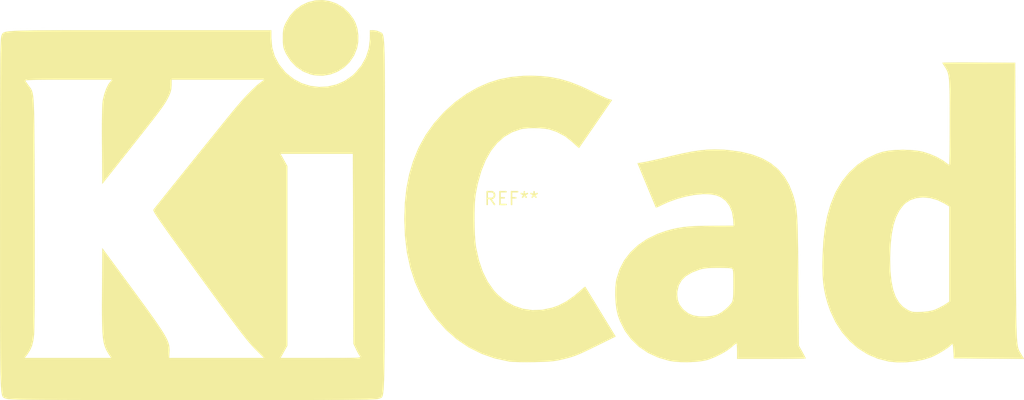
<source format=kicad_pcb>
(kicad_pcb (version 20240108) (generator pcbnew)
  (layers (0 "F.Cu" signal) (31 "B.Cu" signal) (34 "B.Paste" user) (35 "F.Paste" user) (36 "B.SilkS" user "B.Silkscreen") (37 "F.SilkS" user "F.Silkscreen") (38 "B.Mask" user) (39 "F.Mask" user) (44 "Edge.Cuts" user))
  (net 0 "")
  (footprint "KiCad-Logo_40mm_SilkScreen" (layer "F.Cu") (at 0 0)
    (property "Reference" "REF**")
    (property "Value" "KiCad-Logo_40mm_SilkScreen")
    (fp_poly (pts (xy -18.076147 -19.650519) (xy -17.392473 -19.413475) (xy -16.755948 -19.040369) (xy -16.187475 -18.531249) (xy -15.707957 -17.886164) (xy -15.492558 -17.47957) (xy -15.306139 -16.910856) (xy -15.215783 -16.254297) (xy -15.225791 -15.579316) (xy -15.336888 -14.967668) (xy -15.640538 -14.220254) (xy -16.080859 -13.571926) (xy -16.635471 -13.035442) (xy -17.281992 -12.623556) (xy -17.998045 -12.349026) (xy -18.761249 -12.224609) (xy -19.549223 -12.26306) (xy -19.937635 -12.345233) (xy -20.694616 -12.639697) (xy -21.366937 -13.089033) (xy -21.938382 -13.679389) (xy -22.392732 -14.396911) (xy -22.431172 -14.475269) (xy -22.564057 -14.769316) (xy -22.647495 -15.016965) (xy -22.692796 -15.278216) (xy -22.711271 -15.613068) (xy -22.714337 -15.977419) (xy -22.709267 -16.415171) (xy -22.68638 -16.731635) (xy -22.634165 -16.987491) (xy -22.541108 -17.243421) (xy -22.426241 -17.495922) (xy -21.997791 -18.212699) (xy -21.470172 -18.793068) (xy -20.864288 -19.237078) (xy -20.201041 -19.544779) (xy -19.501333 -19.71622) (xy -18.786068 -19.75145) (xy -18.076147 -19.650519)) (layer "F.SilkS") (stroke (width 0.01)) (fill solid))
    (fp_poly (pts (xy 2.91731 -12.197409) (xy 3.899021 -12.089935) (xy 4.850132 -11.897568) (xy 5.809334 -11.610276) (xy 6.81532 -11.218022) (xy 7.90678 -10.710775) (xy 8.103339 -10.612522) (xy 8.554413 -10.3903) (xy 8.979838 -10.190201) (xy 9.337626 -10.031336) (xy 9.585788 -9.932816) (xy 9.62391 -9.920412) (xy 9.989247 -9.810954) (xy 8.353853 -7.431821) (xy 7.954021 -6.85035) (xy 7.588463 -6.3191) (xy 7.269611 -5.856106) (xy 7.009897 -5.479405) (xy 6.821751 -5.207034) (xy 6.717605 -5.057029) (xy 6.700685 -5.033272) (xy 6.631963 -5.082943) (xy 6.462798 -5.232265) (xy 6.223446 -5.454115) (xy 6.091353 -5.579509) (xy 5.342942 -6.174774) (xy 4.502422 -6.627107) (xy 3.778136 -6.874876) (xy 3.343358 -6.952689) (xy 2.798978 -7.000108) (xy 2.209023 -7.016253) (xy 1.63752 -7.000245) (xy 1.148496 -6.951206) (xy 0.953357 -6.913649) (xy 0.073824 -6.611051) (xy -0.718739 -6.149014) (xy -1.423747 -5.528383) (xy -2.040612 -4.750003) (xy -2.568748 -3.814719) (xy -3.007568 -2.723375) (xy -3.356485 -1.476817) (xy -3.56385 -0.409678) (xy -3.617951 0.061422) (xy -3.654812 0.670014) (xy -3.67479 1.372365) (xy -3.678241 2.12474) (xy -3.665521 2.883406) (xy -3.636987 3.604629) (xy -3.592995 4.244675) (xy -3.5339 4.759809) (xy -3.521108 4.839288) (xy -3.239164 6.119535) (xy -2.855014 7.252612) (xy -2.366323 8.243595) (xy -1.770752 9.09756) (xy -1.348 9.559251) (xy -0.588248 10.186092) (xy 0.24496 10.650735) (xy 1.137568 10.950651) (xy 2.075522 11.083312) (xy 3.044766 11.04619) (xy 4.031244 10.836755) (xy 4.614467 10.631824) (xy 5.421553 10.221455) (xy 6.253401 9.632791) (xy 6.719365 9.234707) (xy 6.981005 9.004303) (xy 7.186568 8.835264) (xy 7.303576 8.753812) (xy 7.3181 8.751327) (xy 7.370325 8.834557) (xy 7.505643 9.054495) (xy 7.712525 9.392285) (xy 7.979445 9.829072) (xy 8.294876 10.346001) (xy 8.647289 10.924217) (xy 8.843446 11.246321) (xy 10.341756 13.707338) (xy 8.471057 14.631832) (xy 7.794681 14.963908) (xy 7.246759 15.225765) (xy 6.793798 15.430409) (xy 6.402305 15.590844) (xy 6.038789 15.720076) (xy 5.669755 15.83111) (xy 5.261713 15.936952) (xy 4.870609 16.029898) (xy 4.522985 16.101819) (xy 4.15944 16.156171) (xy 3.743579 16.19597) (xy 3.23901 16.224232) (xy 2.609337 16.243975) (xy 2.184946 16.252496) (xy 1.579411 16.258312) (xy 0.998779 16.25538) (xy 0.481476 16.244535) (xy 0.065926 16.226613) (xy -0.209446 16.20245) (xy -0.225764 16.200041) (xy -1.655696 15.890683) (xy -2.998501 15.421498) (xy -4.253705 14.792797) (xy -5.420838 14.004888) (xy -6.499426 13.058081) (xy -7.488997 11.952685) (xy -8.20567 10.970251) (xy -8.968629 9.684328) (xy -9.585369 8.326319) (xy -10.058872 6.885334) (xy -10.392119 5.350487) (xy -10.588094 3.71089) (xy -10.649836 2.045999) (xy -10.599056 0.435447) (xy -10.43948 -1.050525) (xy -10.166037 -2.436981) (xy -9.773656 -3.748987) (xy -9.257267 -5.011607) (xy -9.195608 -5.142417) (xy -8.516313 -6.365201) (xy -7.681992 -7.528801) (xy -6.716282 -8.609133) (xy -5.64282 -9.582111) (xy -4.485245 -10.423652) (xy -3.406621 -11.040952) (xy -2.316985 -11.524433) (xy -1.225036 -11.874656) (xy -0.088504 -12.101157) (xy 1.134884 -12.213466) (xy 1.866308 -12.230025) (xy 2.91731 -12.197409)) (layer "F.SilkS") (stroke (width 0.01)) (fill solid))
    (fp_poly (pts (xy 45.369891 -13.54794) (xy 46.144181 -13.544763) (xy 46.407347 -13.543159) (xy 50.026164 -13.519355) (xy 50.071684 0.364158) (xy 50.077696 2.246803) (xy 50.083028 3.956215) (xy 50.088021 5.501238) (xy 50.09302 6.890713) (xy 50.098365 8.133485) (xy 50.1044 9.238396) (xy 50.111467 10.214289) (xy 50.119909 11.070007) (xy 50.130067 11.814393) (xy 50.142285 12.456291) (xy 50.156905 13.004543) (xy 50.174269 13.467992) (xy 50.19472 13.855482) (xy 50.2186 14.175855) (xy 50.246252 14.437954) (xy 50.278019 14.650623) (xy 50.314242 14.822704) (xy 50.355264 14.963041) (xy 50.401428 15.080476) (xy 50.453076 15.183852) (xy 50.510551 15.282014) (xy 50.574195 15.383802) (xy 50.644351 15.498062) (xy 50.658731 15.522399) (xy 50.899987 15.934072) (xy 43.926523 15.88638) (xy 43.881003 15.120475) (xy 43.856219 14.752911) (xy 43.830391 14.540408) (xy 43.795345 14.456089) (xy 43.742909 14.473075) (xy 43.698924 14.521661) (xy 43.507323 14.698639) (xy 43.195045 14.926123) (xy 42.806085 15.176933) (xy 42.384439 15.423889) (xy 41.974106 15.63981) (xy 41.659045 15.78187) (xy 40.920915 16.015316) (xy 40.074023 16.180681) (xy 39.180889 16.271648) (xy 38.304036 16.281896) (xy 37.505984 16.205109) (xy 37.492844 16.20291) (xy 36.400844 15.928898) (xy 35.378626 15.492334) (xy 34.436049 14.902602) (xy 33.582974 14.169086) (xy 32.82926 13.301171) (xy 32.184766 12.308241) (xy 31.659353 11.199679) (xy 31.37328 10.378495) (xy 31.18463 9.691484) (xy 31.044728 9.026224) (xy 30.949298 8.342301) (xy 30.894062 7.599302) (xy 30.874743 6.756816) (xy 30.8833 6.068873) (xy 37.601086 6.068873) (xy 37.632875 7.222441) (xy 37.733156 8.214891) (xy 37.905012 9.055032) (xy 38.151529 9.751673) (xy 38.475793 10.313622) (xy 38.880888 10.749687) (xy 39.348486 11.057951) (xy 39.591801 11.173031) (xy 39.802824 11.242025) (xy 40.038092 11.273589) (xy 40.354142 11.276384) (xy 40.694623 11.264094) (xy 41.364205 11.205034) (xy 41.893783 11.089378) (xy 42.060215 11.031445) (xy 42.44025 10.86034) (xy 42.841076 10.645476) (xy 43.016129 10.537921) (xy 43.471326 10.23935) (xy 43.471326 0.775687) (xy 42.970609 0.47555) (xy 42.272307 0.136409) (xy 41.558862 -0.064162) (xy 40.856366 -0.127347) (xy 40.190911 -0.054328) (xy 39.588591 0.15371) (xy 39.075497 0.495586) (xy 38.909938 0.659687) (xy 38.510874 1.197372) (xy 38.18788 1.848236) (xy 37.938259 2.623437) (xy 37.75931 3.534129) (xy 37.648333 4.59147) (xy 37.602631 5.806614) (xy 37.601086 6.068873) (xy 30.8833 6.068873) (xy 30.886863 5.78252) (xy 30.963608 4.283862) (xy 31.117927 2.932093) (xy 31.353882 1.707523) (xy 31.675538 0.590459) (xy 32.086958 -0.43879) (xy 32.233772 -0.743928) (xy 32.825136 -1.739012) (xy 33.539768 -2.623308) (xy 34.360865 -3.382541) (xy 35.271626 -4.002439) (xy 36.255247 -4.468726) (xy 36.844865 -4.661072) (xy 37.423929 -4.775259) (xy 38.120683 -4.843197) (xy 38.876715 -4.864916) (xy 39.633616 -4.840446) (xy 40.332974 -4.769817) (xy 40.894507 -4.659015) (xy 41.562859 -4.441727) (xy 42.21065 -4.16231) (xy 42.777416 -3.849067) (xy 43.07907 -3.636473) (xy 43.287147 -3.478387) (xy 43.432845 -3.382129) (xy 43.465987 -3.368459) (xy 43.476263 -3.45653) (xy 43.485844 -3.70887) (xy 43.494518 -4.107672) (xy 43.502072 -4.635125) (xy 43.508294 -5.273422) (xy 43.512971 -6.004753) (xy 43.515892 -6.811311) (xy 43.516845 -7.632843) (xy 43.516313 -8.685081) (xy 43.513695 -9.572209) (xy 43.507463 -10.311197) (xy 43.496085 -10.919013) (xy 43.478031 -11.412626) (xy 43.451773 -11.809004) (xy 43.415779 -12.125116) (xy 43.368519 -12.377932) (xy 43.308464 -12.584419) (xy 43.234084 -12.761547) (xy 43.143847 -12.926283) (xy 43.036225 -13.095598) (xy 43.022379 -13.116561) (xy 42.883571 -13.33585) (xy 42.799766 -13.486641) (xy 42.78853 -13.518448) (xy 42.876343 -13.528483) (xy 43.126897 -13.536647) (xy 43.520859 -13.542806) (xy 44.038899 -13.546829) (xy 44.661687 -13.548585) (xy 45.369891 -13.54794)) (layer "F.SilkS") (stroke (width 0.01)) (fill solid))
    (fp_poly (pts (xy 21.003171 -4.878774) (xy 21.45424 -4.84463) (xy 22.744807 -4.672925) (xy 23.887739 -4.399057) (xy 24.888601 -4.019258) (xy 25.752962 -3.529759) (xy 26.486389 -2.926793) (xy 27.094447 -2.206592) (xy 27.582705 -1.365386) (xy 27.939238 -0.455197) (xy 28.029739 -0.164862) (xy 28.108547 0.107024) (xy 28.17659 0.375097) (xy 28.234799 0.653997) (xy 28.284101 0.958361) (xy 28.325426 1.302825) (xy 28.359703 1.70203) (xy 28.387861 2.170611) (xy 28.410829 2.723206) (xy 28.429537 3.374454) (xy 28.444913 4.138993) (xy 28.457886 5.031459) (xy 28.469385 6.066491) (xy 28.48034 7.258726) (xy 28.488172 8.193548) (xy 28.54086 14.611828) (xy 28.882258 15.229478) (xy 29.043918 15.527037) (xy 29.16422 15.758161) (xy 29.221612 15.88118) (xy 29.223655 15.889514) (xy 29.135934 15.899051) (xy 28.886037 15.907838) (xy 28.49387 15.915629) (xy 27.979334 15.922176) (xy 27.362335 15.927233) (xy 26.662776 15.930551) (xy 25.900559 15.931885) (xy 25.809677 15.9319) (xy 22.395698 15.9319) (xy 22.395698 15.158064) (xy 22.389877 14.808356) (xy 22.374342 14.540903) (xy 22.351989 14.397504) (xy 22.342108 14.384229) (xy 22.251745 14.439834) (xy 22.065771 14.58577) (xy 21.824052 14.790719) (xy 21.818632 14.79546) (xy 21.377526 15.123867) (xy 20.820444 15.45363) (xy 20.210334 15.752354) (xy 19.610143 15.987643) (xy 19.345878 16.068048) (xy 18.819971 16.170172) (xy 18.174659 16.23534) (xy 17.469013 16.262623) (xy 16.762107 16.251091) (xy 16.113014 16.199817) (xy 15.658781 16.126036) (xy 14.544848 15.798921) (xy 13.542011 15.33273) (xy 12.656799 14.733247) (xy 11.895737 14.006255) (xy 11.265354 13.157538) (xy 10.772177 12.19288) (xy 10.559416 11.607527) (xy 10.426077 11.038589) (xy 10.337711 10.355595) (xy 10.296824 9.621547) (xy 10.298169 9.514735) (xy 16.455376 9.514735) (xy 16.506434 10.060177) (xy 16.67645 10.513474) (xy 16.990683 10.934026) (xy 17.111371 11.057344) (xy 17.540401 11.390736) (xy 18.036283 11.604313) (xy 18.630379 11.707699) (xy 19.255996 11.715309) (xy 19.849381 11.665047) (xy 20.303708 11.566736) (xy 20.501021 11.492896) (xy 20.856651 11.291652) (xy 21.233458 11.008631) (xy 21.577251 10.690985) (xy 21.833836 10.385867) (xy 21.901971 10.273938) (xy 21.954936 10.117191) (xy 21.992594 9.867776) (xy 22.016697 9.501867) (xy 22.029001 8.99564) (xy 22.031541 8.51385) (xy 22.02982 7.952147) (xy 22.022869 7.545996) (xy 22.008007 7.268886) (xy 21.982552 7.094308) (xy 21.943822 6.995752) (xy 21.889136 6.946709) (xy 21.872222 6.938899) (xy 21.725236 6.914842) (xy 21.435336 6.895167) (xy 21.041669 6.881645) (xy 20.583381 6.87605) (xy 20.48387 6.876045) (xy 19.871287 6.885821) (xy 19.398025 6.914898) (xy 19.021971 6.967257) (xy 18.711342 7.043727) (xy 17.94082 7.335118) (xy 17.336578 7.693368) (xy 16.893383 8.124207) (xy 16.606004 8.633366) (xy 16.469209 9.226574) (xy 16.455376 9.514735) (xy 10.298169 9.514735) (xy 10.305921 8.899447) (xy 10.367509 8.252296) (xy 10.415548 7.99084) (xy 10.722301 7.020058) (xy 11.188746 6.126847) (xy 11.806079 5.319773) (xy 12.565495 4.607404) (xy 13.45819 3.998307) (xy 14.475358 3.501049) (xy 15.340143 3.19909) (xy 15.918114 3.040453) (xy 16.470941 2.917185) (xy 17.034431 2.825285) (xy 17.644392 2.760748) (xy 18.336632 2.719572) (xy 19.146958 2.697754) (xy 19.879575 2.69161) (xy 22.051981 2.685663) (xy 22.010366 2.03266) (xy 21.89219 1.324142) (xy 21.640804 0.715144) (xy 21.266911 0.220872) (xy 20.781213 -0.143467) (xy 20.353547 -0.321253) (xy 19.740784 -0.433301) (xy 19.011314 -0.449391) (xy 18.199333 -0.375456) (xy 17.339036 -0.217427) (xy 16.464618 0.018764) (xy 15.610274 0.327185) (xy 14.989415 0.60926) (xy 14.690704 0.754105) (xy 14.462863 0.855269) (xy 14.346992 0.894743) (xy 14.340703 0.893477) (xy 14.300718 0.805059) (xy 14.200874 0.5707) (xy 14.050567 0.212851) (xy 13.85919 -0.246033) (xy 13.636141 -0.783502) (xy 13.409414 -1.332016) (xy 12.502991 -3.528906) (xy 13.147732 -3.634804) (xy 13.427183 -3.687937) (xy 13.847277 -3.777176) (xy 14.372026 -3.894422) (xy 14.965445 -4.031572) (xy 15.591545 -4.180526) (xy 15.84086 -4.241057) (xy 16.919461 -4.491229) (xy 17.863774 -4.678792) (xy 18.70905 -4.807538) (xy 19.49054 -4.881257) (xy 20.243497 -4.903739) (xy 21.003171 -4.878774)) (layer "F.SilkS") (stroke (width 0.01)) (fill solid))
    (fp_poly (pts (xy -39.491485 -16.751528) (xy -37.737477 -16.751291) (xy -36.921009 -16.751255) (xy -23.85233 -16.751255) (xy -23.85233 -15.980888) (xy -23.770106 -15.043413) (xy -23.521945 -14.178803) (xy -23.10562 -13.381919) (xy -22.5189 -12.647621) (xy -22.320394 -12.449301) (xy -21.606317 -11.886763) (xy -20.818964 -11.476492) (xy -19.981722 -11.2183) (xy -19.117975 -11.112002) (xy -18.251109 -11.157412) (xy -17.404509 -11.354343) (xy -16.601561 -11.702608) (xy -15.865651 -12.202023) (xy -15.535143 -12.503329) (xy -14.919243 -13.24208) (xy -14.467612 -14.054462) (xy -14.184187 -14.931191) (xy -14.072906 -15.86298) (xy -14.071427 -15.954645) (xy -14.065592 -16.751225) (xy -13.715481 -16.75124) (xy -13.4049 -16.709089) (xy -13.121185 -16.606531) (xy -13.102436 -16.595936) (xy -13.038357 -16.562687) (xy -12.979514 -16.536793) (xy -12.925693 -16.510711) (xy -12.876683 -16.476899) (xy -12.832269 -16.427815) (xy -12.79224 -16.355917) (xy -12.756384 -16.253662) (xy -12.724486 -16.113509) (xy -12.696335 -15.927914) (xy -12.671718 -15.689336) (xy -12.650423 -15.390232) (xy -12.632236 -15.023061) (xy -12.616945 -14.58028) (xy -12.604337 -14.054346) (xy -12.5942 -13.437718) (xy -12.586321 -12.722853) (xy -12.580488 -11.902209) (xy -12.576487 -10.968244) (xy -12.574107 -9.913415) (xy -12.573133 -8.730181) (xy -12.573355 -7.410998) (xy -12.574558 -5.948326) (xy -12.576531 -4.334621) (xy -12.579061 -2.562341) (xy -12.581935 -0.623944) (xy -12.58494 1.488112) (xy -12.585289 1.745431) (xy -12.587983 3.870956) (xy -12.59027 5.821942) (xy -12.59239 7.605928) (xy -12.594587 9.230453) (xy -12.597101 10.703056) (xy -12.600176 12.031275) (xy -12.604053 13.222649) (xy -12.608975 14.284718) (xy -12.615183 15.225019) (xy -12.62292 16.051093) (xy -12.632428 16.770477) (xy -12.643949 17.39071) (xy -12.657725 17.919332) (xy -12.673999 18.363881) (xy -12.693012 18.731896) (xy -12.715006 19.030916) (xy -12.740224 19.26848) (xy -12.768908 19.452126) (xy -12.8013 19.589393) (xy -12.837641 19.687821) (xy -12.878175 19.754948) (xy -12.923144 19.798312) (xy -12.972788 19.825453) (xy -13.027352 19.84391) (xy -13.087076 19.861221) (xy -13.152202 19.884925) (xy -13.168112 19.892141) (xy -13.218114 19.908355) (xy -13.301802 19.923253) (xy -13.426485 19.936887) (xy -13.599471 19.94931) (xy -13.828065 19.960576) (xy -14.119576 19.970737) (xy -14.481312 19.979847) (xy -14.920579 19.987958) (xy -15.444685 19.995123) (xy -16.060937 20.001396) (xy -16.776643 20.00683) (xy -17.599111 20.011478) (xy -18.535647 20.015392) (xy -19.593559 20.018625) (xy -20.780154 20.021232) (xy -22.10274 20.023264) (xy -23.568625 20.024775) (xy -25.185115 20.025818) (xy -26.959519 20.026446) (xy -28.899142 20.026711) (xy -31.011294 20.026668) (xy -31.69548 20.026601) (xy -33.854488 20.026254) (xy -35.838813 20.025688) (xy -37.655849 20.024843) (xy -39.31299 20.023662) (xy -40.817632 20.022088) (xy -42.17717 20.020062) (xy -43.398998 20.017527) (xy -44.490511 20.014425) (xy -45.459104 20.010698) (xy -46.312172 20.006289) (xy -47.05711 20.001139) (xy -47.701312 19.995191) (xy -48.252174 19.988387) (xy -48.71709 19.980669) (xy -49.103455 19.97198) (xy -49.418664 19.962261) (xy -49.670112 19.951455) (xy -49.865193 19.939505) (xy -50.011304 19.926352) (xy -50.115837 19.911938) (xy -50.186189 19.896206) (xy -50.224542 19.8818) (xy -50.292704 19.853054) (xy -50.355289 19.831856) (xy -50.412534 19.810678) (xy -50.464674 19.781991) (xy -50.511947 19.738267) (xy -50.55459 19.671979) (xy -50.59284 19.575598) (xy -50.626933 19.441596) (xy -50.657107 19.262444) (xy -50.683599 19.030616) (xy -50.706646 18.738581) (xy -50.726484 18.378814) (xy -50.74335 17.943784) (xy -50.757482 17.425964) (xy -50.769116 16.817826) (xy -50.77849 16.111842) (xy -50.780944 15.84086) (xy -48.351202 15.84086) (xy -39.763289 15.84086) (xy -39.928536 15.590502) (xy -40.092924 15.333226) (xy -40.232131 15.088232) (xy -40.348136 14.838375) (xy -40.442921 14.56651) (xy -40.518466 14.255492) (xy -40.576749 13.888176) (xy -40.619752 13.447416) (xy -40.649455 12.916067) (xy -40.667837 12.276985) (xy -40.676879 11.513024) (xy -40.678561 10.607039) (xy -40.674863 9.541886) (xy -40.672766 9.14644) (xy -40.649104 4.907078) (xy -37.963441 8.563369) (xy -37.202597 9.600612) (xy -36.543417 10.50381) (xy -35.978782 11.284929) (xy -35.501577 11.955934) (xy -35.104682 12.528791) (xy -34.780981 13.015467) (xy -34.523355 13.427928) (xy -34.324688 13.778139) (xy -34.177862 14.078066) (xy -34.075758 14.339676) (xy -34.01126 14.574934) (xy -33.97725 14.795806) (xy -33.96661 15.014258) (xy -33.972223 15.242256) (xy -33.973655 15.270914) (xy -34.003226 15.841242) (xy -29.297454 15.841051) (xy -24.591681 15.84086) (xy -25.291719 15.134999) (xy -25.481679 14.94194) (xy -25.661886 14.754085) (xy -25.840251 14.561075) (xy -26.02468 14.352548) (xy -26.223084 14.118145) (xy -26.443369 13.847505) (xy -26.693446 13.530269) (xy -26.981223 13.156076) (xy -27.314608 12.714566) (xy -27.701511 12.195379) (xy -28.149839 11.588155) (xy -28.667501 10.882533) (xy -29.262407 10.068154) (xy -29.942464 9.134657) (xy -30.715582 8.071682) (xy -31.349271 7.199732) (xy -32.144574 6.104306) (xy -32.83836 5.146524) (xy -33.436914 4.31729) (xy -33.946522 3.607513) (xy -34.373468 3.008099) (xy -34.724038 2.509955) (xy -35.004517 2.103987) (xy -35.221189 1.781103) (xy -35.380341 1.532208) (xy -35.488256 1.34821) (xy -35.551219 1.220014) (xy -35.575517 1.138529) (xy -35.568213 1.095688) (xy -35.479709 0.981681) (xy -35.288359 0.74036) (xy -35.005709 0.386068) (xy -34.643305 -0.06685) (xy -34.212692 -0.604051) (xy -33.725418 -1.211191) (xy -33.193028 -1.873925) (xy -32.627068 -2.57791) (xy -32.039084 -3.308801) (xy -31.440622 -4.052256) (xy -31.111448 -4.460932) (xy -22.938491 -4.460932) (xy -22.598816 -3.846416) (xy -22.25914 -3.2319) (xy -22.25914 14.611828) (xy -22.598816 15.226344) (xy -22.938491 15.84086) (xy -18.920369 15.84086) (xy -17.961135 15.840581) (xy -17.168822 15.839323) (xy -16.528271 15.836451) (xy -16.024325 15.831332) (xy -15.641827 15.823334) (xy -15.365617 15.811822) (xy -15.180538 15.796163) (xy -15.071432 15.775724) (xy -15.023142 15.749871) (xy -15.020508 15.717971) (xy -15.048375 15.679391) (xy -15.048663 15.679072) (xy -15.163452 15.513024) (xy -15.315455 15.243035) (xy -15.449691 14.973516) (xy -15.704302 14.429749) (xy -15.730269 4.984409) (xy -15.756236 -4.460932) (xy -22.938491 -4.460932) (xy -31.111448 -4.460932) (xy -30.843229 -4.793929) (xy -30.258451 -5.519477) (xy -29.697832 -6.214555) (xy -29.172921 -6.864821) (xy -28.695262 -7.45593) (xy -28.276401 -7.973537) (xy -27.927886 -8.4033) (xy -27.661261 -8.730873) (xy -27.504658 -8.921864) (xy -26.896543 -9.636065) (xy -26.311506 -10.280566) (xy -25.770051 -10.834267) (xy -25.292682 -11.276067) (xy -24.953904 -11.546929) (xy -24.553327 -11.835126) (xy -33.766131 -11.835126) (xy -33.763545 -11.294512) (xy -33.789293 -10.897057) (xy -33.886094 -10.528578) (xy -34.035939 -10.179279) (xy -34.133346 -9.981947) (xy -34.238075 -9.786418) (xy -34.359694 -9.579712) (xy -34.50777 -9.348848) (xy -34.69187 -9.080847) (xy -34.921561 -8.762728) (xy -35.20641 -8.381511) (xy -35.555984 -7.924215) (xy -35.97985 -7.377859) (xy -36.487575 -6.729465) (xy -37.088727 -5.966051) (xy -37.792871 -5.074637) (xy -37.872402 -4.974056) (xy -40.649104 -1.462684) (xy -40.675985 -5.351593) (xy -40.681397 -6.516435) (xy -40.680245 -7.502565) (xy -40.672472 -8.313234) (xy -40.658021 -8.951691) (xy -40.636836 -9.421187) (xy -40.608862 -9.724973) (xy -40.59946 -9.7826) (xy -40.451946 -10.38961) (xy -40.258671 -10.936832) (xy -40.038121 -11.37682) (xy -39.905624 -11.563427) (xy -39.677005 -11.835126) (xy -44.014843 -11.835126) (xy -45.049615 -11.834241) (xy -45.914924 -11.831361) (xy -46.623378 -11.826152) (xy -47.187587 -11.818276) (xy -47.620159 -11.807398) (xy -47.933702 -11.793182) (xy -48.140825 -11.775291) (xy -48.254137 -11.753389) (xy -48.286246 -11.72714) (xy -48.284025 -11.721326) (xy -48.192067 -11.582522) (xy -48.038546 -11.362505) (xy -47.959117 -11.251231) (xy -47.876996 -11.140188) (xy -47.803183 -11.040886) (xy -47.737211 -10.943555) (xy -47.678617 -10.838421) (xy -47.626936 -10.715712) (xy -47.581702 -10.565656) (xy -47.542452 -10.378482) (xy -47.50872 -10.144416) (xy -47.480041 -9.853686) (xy -47.455952 -9.496521) (xy -47.435986 -9.063149) (xy -47.41968 -8.543796) (xy -47.406569 -7.928691) (xy -47.396188 -7.208061) (xy -47.388072 -6.372135) (xy -47.381757 -5.41114) (xy -47.376777 -4.315304) (xy -47.372669 -3.074855) (xy -47.368966 -1.680021) (xy -47.365206 -0.121028) (xy -47.361691 1.311181) (xy -47.358372 2.907843) (xy -47.356647 4.431208) (xy -47.356469 5.871546) (xy -47.357792 7.219126) (xy -47.360572 8.464217) (xy -47.364761 9.597089) (xy -47.370314 10.608013) (xy -47.377185 11.487257) (xy -47.385329 12.225091) (xy -47.394699 12.811785) (xy -47.405251 13.237609) (xy -47.416938 13.492832) (xy -47.419149 13.519804) (xy -47.499682 14.13856) (xy -47.625411 14.635489) (xy -47.816878 15.069169) (xy -48.094627 15.498174) (xy -48.129369 15.544982) (xy -48.351202 15.84086) (xy -50.780944 15.84086) (xy -50.785839 15.300484) (xy -50.791402 14.376223) (xy -50.795414 13.331531) (xy -50.798114 12.158881) (xy -50.799738 10.850743) (xy -50.800521 9.39959) (xy -50.800703 7.797894) (xy -50.80052 6.038126) (xy -50.800209 4.112759) (xy -50.800006 2.014264) (xy -50.8 1.59767) (xy -50.799882 -0.522926) (xy -50.799488 -2.468916) (xy -50.79876 -4.247773) (xy -50.79764 -5.86697) (xy -50.796071 -7.333982) (xy -50.793994 -8.656279) (xy -50.791351 -9.841336) (xy -50.788085 -10.896626) (xy -50.784138 -11.829622) (xy -50.779451 -12.647796) (xy -50.773967 -13.358621) (xy -50.767627 -13.969572) (xy -50.760374 -14.48812) (xy -50.75215 -14.921739) (xy -50.742896 -15.277902) (xy -50.732555 -15.564082) (xy -50.72107 -15.787752) (xy -50.708381 -15.956385) (xy -50.694431 -16.077453) (xy -50.679161 -16.158431) (xy -50.662515 -16.206791) (xy -50.6619 -16.207998) (xy -50.627614 -16.281875) (xy -50.599058 -16.348759) (xy -50.567469 -16.408995) (xy -50.524084 -16.462931) (xy -50.460143 -16.510913) (xy -50.366883 -16.553287) (xy -50.235542 -16.5904) (xy -50.057357 -16.622597) (xy -49.823568 -16.650227) (xy -49.525411 -16.673634) (xy -49.154124 -16.693165) (xy -48.700946 -16.709167) (xy -48.157115 -16.721987) (xy -47.513868 -16.731969) (xy -46.762443 -16.739462) (xy -45.894078 -16.744812) (xy -44.900012 -16.748364) (xy -43.771481 -16.750465) (xy -42.499724 -16.751462) (xy -41.07598 -16.751701) (xy -39.491485 -16.751528)) (layer "F.SilkS") (stroke (width 0.01)) (fill solid))
  )
)
</source>
